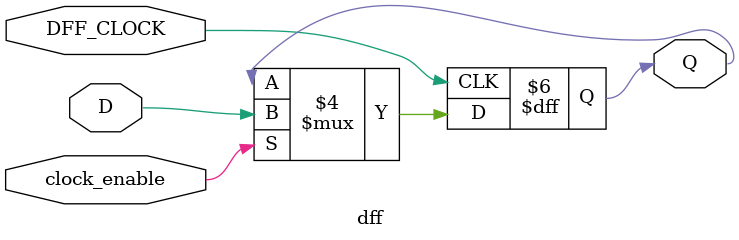
<source format=v>

`timescale 1ns / 1ps
module debounce(
input pb,clk_in,
output pb_out);

wire slow_clk;
wire Q1,Q2,Q2_bar,Q0;

clk_div u1(clk_in,slow_clk);

dff d0(clk_in,slow_clk,pb,Q0);
dff d1(clk_in,slow_clk,Q0,Q1);
dff d2(clk_in,slow_clk,Q1,Q2);

assign Q2_bar = ~Q2;
assign pb_out = Q1 & Q2_bar;
endmodule


module clk_div(
	input fast_clk,
	output slow_clk_en
);

    reg [26:0]counter=0;
    always @(posedge fast_clk)
    begin
       counter <= (counter>=249999)?0:counter+1;
    end
    assign slow_clk_en = (counter == 249999)?1'b1:1'b0;
endmodule



module dff(
	input DFF_CLOCK,
	input clock_enable,
	input D, 
	output Q
);

	reg Q = 0;
    always @ (posedge DFF_CLOCK) begin
  if(clock_enable==1) 
           Q <= D;
    end
endmodule 
</source>
